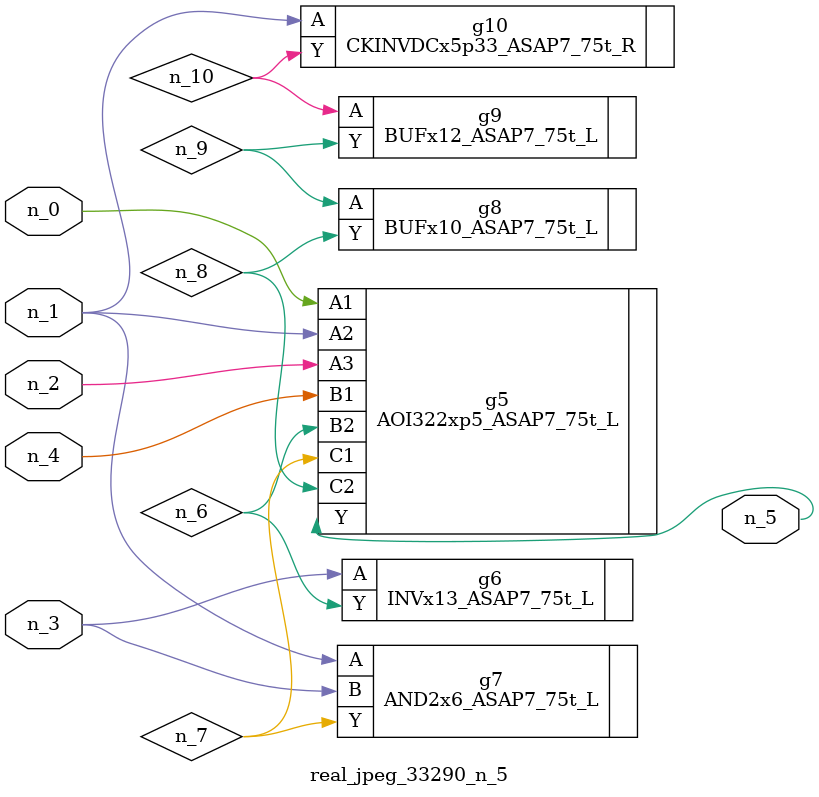
<source format=v>
module real_jpeg_33290_n_5 (n_4, n_0, n_1, n_2, n_3, n_5);

input n_4;
input n_0;
input n_1;
input n_2;
input n_3;

output n_5;

wire n_8;
wire n_6;
wire n_7;
wire n_10;
wire n_9;

AOI322xp5_ASAP7_75t_L g5 ( 
.A1(n_0),
.A2(n_1),
.A3(n_2),
.B1(n_4),
.B2(n_6),
.C1(n_7),
.C2(n_8),
.Y(n_5)
);

AND2x6_ASAP7_75t_L g7 ( 
.A(n_1),
.B(n_3),
.Y(n_7)
);

CKINVDCx5p33_ASAP7_75t_R g10 ( 
.A(n_1),
.Y(n_10)
);

INVx13_ASAP7_75t_L g6 ( 
.A(n_3),
.Y(n_6)
);

BUFx10_ASAP7_75t_L g8 ( 
.A(n_9),
.Y(n_8)
);

BUFx12_ASAP7_75t_L g9 ( 
.A(n_10),
.Y(n_9)
);


endmodule
</source>
